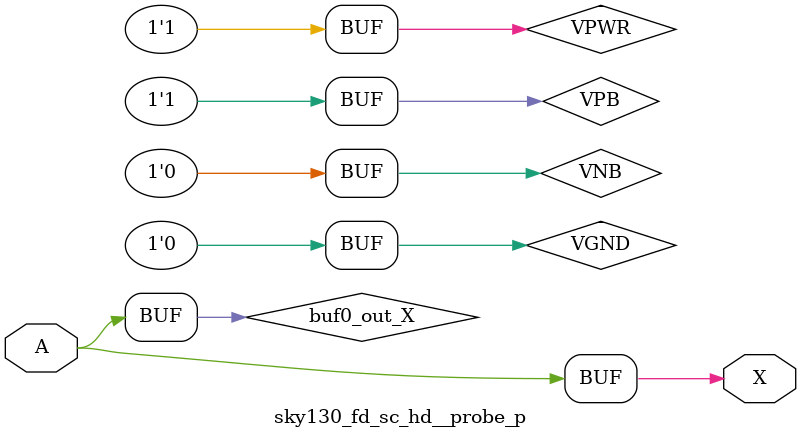
<source format=v>
/*
 * Copyright 2020 The SkyWater PDK Authors
 *
 * Licensed under the Apache License, Version 2.0 (the "License");
 * you may not use this file except in compliance with the License.
 * You may obtain a copy of the License at
 *
 *     https://www.apache.org/licenses/LICENSE-2.0
 *
 * Unless required by applicable law or agreed to in writing, software
 * distributed under the License is distributed on an "AS IS" BASIS,
 * WITHOUT WARRANTIES OR CONDITIONS OF ANY KIND, either express or implied.
 * See the License for the specific language governing permissions and
 * limitations under the License.
 *
 * SPDX-License-Identifier: Apache-2.0
*/


`ifndef SKY130_FD_SC_HD__PROBE_P_TIMING_V
`define SKY130_FD_SC_HD__PROBE_P_TIMING_V

/**
 * probe_p: Virtual voltage probe point.
 *
 * Verilog simulation timing model.
 */

`timescale 1ns / 1ps
`default_nettype none

`celldefine
module sky130_fd_sc_hd__probe_p (
    X,
    A
);

    // Module ports
    output X;
    input  A;

    // Module supplies
    supply1 VPWR;
    supply0 VGND;
    supply1 VPB ;
    supply0 VNB ;

    // Local signals
    wire buf0_out_X;

    //  Name  Output      Other arguments
    buf buf0 (buf0_out_X, A              );
    buf buf1 (X         , buf0_out_X     );

endmodule
`endcelldefine

`default_nettype wire
`endif  // SKY130_FD_SC_HD__PROBE_P_TIMING_V

</source>
